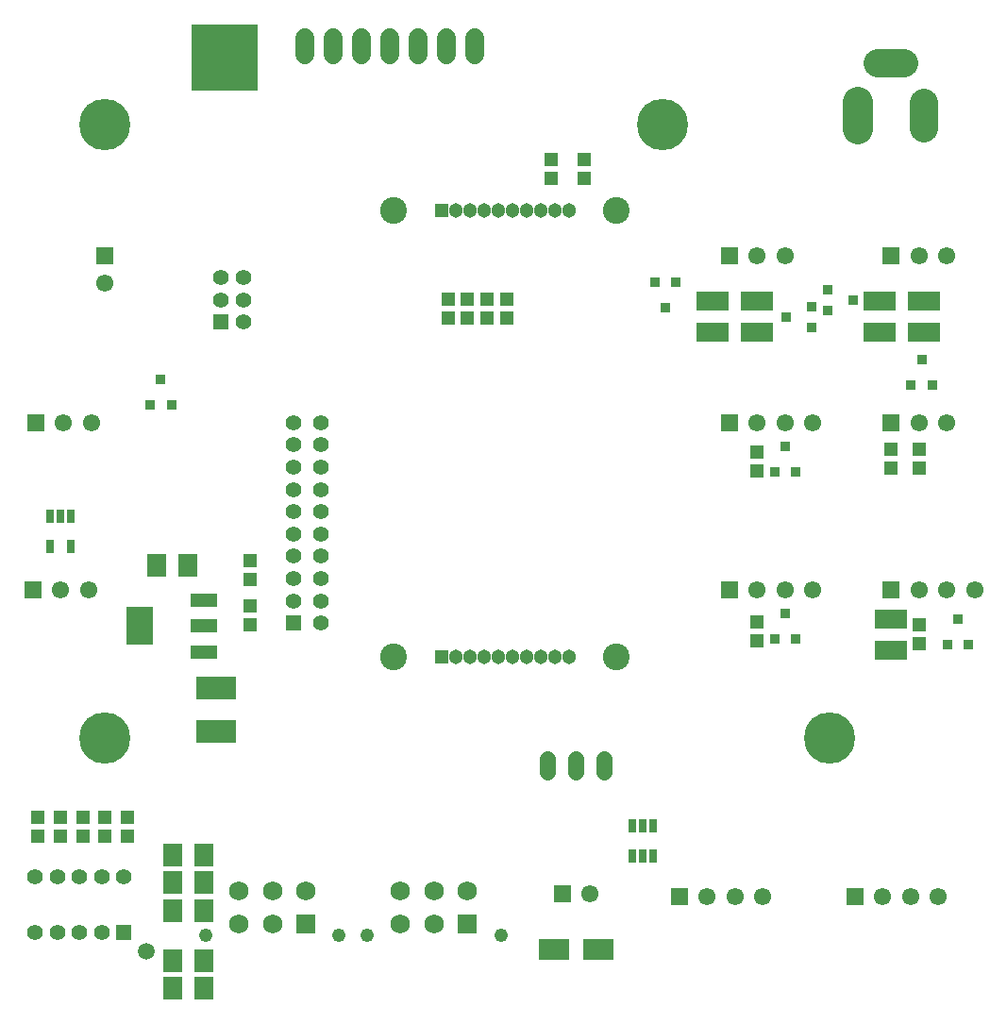
<source format=gbs>
G75*
G70*
%OFA0B0*%
%FSLAX24Y24*%
%IPPOS*%
%LPD*%
%AMOC8*
5,1,8,0,0,1.08239X$1,22.5*
%
%ADD10C,0.1812*%
%ADD11R,0.2362X0.2362*%
%ADD12R,0.0513X0.0513*%
%ADD13C,0.0513*%
%ADD14R,0.0552X0.0552*%
%ADD15C,0.0552*%
%ADD16C,0.0946*%
%ADD17R,0.0513X0.0474*%
%ADD18R,0.0379X0.0379*%
%ADD19R,0.1143X0.0710*%
%ADD20R,0.0611X0.0611*%
%ADD21C,0.0611*%
%ADD22R,0.0316X0.0493*%
%ADD23C,0.0482*%
%ADD24R,0.0682X0.0682*%
%ADD25C,0.0682*%
%ADD26C,0.0592*%
%ADD27R,0.0710X0.0789*%
%ADD28R,0.0926X0.1360*%
%ADD29R,0.0926X0.0454*%
%ADD30R,0.1419X0.0828*%
%ADD31C,0.0986*%
%ADD32C,0.1064*%
%ADD33C,0.0560*%
%ADD34R,0.1064X0.0749*%
%ADD35C,0.0680*%
D10*
X004098Y010004D03*
X004098Y031657D03*
X023783Y031657D03*
X029689Y010004D03*
D11*
X008331Y034020D03*
D12*
X015978Y028614D03*
X015978Y012866D03*
D13*
X016478Y012866D03*
X016978Y012866D03*
X017478Y012866D03*
X017978Y012866D03*
X018478Y012866D03*
X018978Y012866D03*
X019478Y012866D03*
X019978Y012866D03*
X020478Y012866D03*
X020478Y028614D03*
X019978Y028614D03*
X019478Y028614D03*
X018978Y028614D03*
X018478Y028614D03*
X017978Y028614D03*
X017478Y028614D03*
X016978Y028614D03*
X016478Y028614D03*
D14*
X008189Y024677D03*
X010748Y014047D03*
X004768Y003114D03*
D15*
X001618Y003114D03*
X002405Y003114D03*
X003193Y003114D03*
X003980Y003114D03*
X003980Y005083D03*
X003193Y005083D03*
X002405Y005083D03*
X001618Y005083D03*
X004768Y005083D03*
X011732Y014047D03*
X011732Y014834D03*
X011732Y015622D03*
X011732Y016409D03*
X011732Y017197D03*
X011732Y017984D03*
X011732Y018771D03*
X011732Y019559D03*
X011732Y020346D03*
X011732Y021134D03*
X010748Y021134D03*
X010748Y020346D03*
X010748Y019559D03*
X010748Y018771D03*
X010748Y017984D03*
X010748Y017197D03*
X010748Y016409D03*
X010748Y015622D03*
X010748Y014834D03*
X008976Y024677D03*
X008976Y025464D03*
X008189Y025464D03*
X008189Y026252D03*
X008976Y026252D03*
D16*
X014291Y028614D03*
X022165Y028614D03*
X022165Y012866D03*
X014291Y012866D03*
D17*
X009216Y014000D03*
X009216Y014669D03*
X009216Y015575D03*
X009216Y016244D03*
X016205Y024827D03*
X016205Y025496D03*
X016894Y025496D03*
X016894Y024827D03*
X017583Y024827D03*
X017583Y025496D03*
X018271Y025496D03*
X018271Y024827D03*
X019846Y029748D03*
X019846Y030417D03*
X021027Y030417D03*
X021027Y029748D03*
X027130Y020083D03*
X027130Y019413D03*
X031854Y019512D03*
X031854Y020181D03*
X032838Y020181D03*
X032838Y019512D03*
X032838Y013980D03*
X032838Y013311D03*
X027130Y013409D03*
X027130Y014079D03*
X004886Y007189D03*
X004886Y006520D03*
X004098Y006520D03*
X004098Y007189D03*
X003311Y007189D03*
X003311Y006520D03*
X002523Y006520D03*
X002523Y007189D03*
X001736Y007189D03*
X001736Y006520D03*
D18*
X005693Y021758D03*
X006441Y021758D03*
X006067Y022659D03*
X023508Y026104D03*
X024256Y026104D03*
X023882Y025203D03*
X028155Y024866D03*
X029057Y024492D03*
X029632Y025083D03*
X029057Y025240D03*
X029632Y025831D03*
X030533Y025457D03*
X032937Y023348D03*
X033311Y022447D03*
X032563Y022447D03*
X028488Y019396D03*
X027740Y019396D03*
X028114Y020297D03*
X028114Y014392D03*
X027740Y013490D03*
X028488Y013490D03*
X033842Y013293D03*
X034590Y013293D03*
X034216Y014195D03*
D19*
X031854Y014197D03*
X031854Y013094D03*
X031460Y024315D03*
X031460Y025417D03*
X033035Y025417D03*
X033035Y024315D03*
X027130Y024315D03*
X027130Y025417D03*
X025555Y025417D03*
X025555Y024315D03*
D20*
X026146Y027031D03*
X031854Y027031D03*
X031854Y021126D03*
X026146Y021126D03*
X026146Y015220D03*
X031854Y015220D03*
X030575Y004394D03*
X024374Y004394D03*
X020240Y004492D03*
X001539Y015220D03*
X001638Y021126D03*
X004098Y027031D03*
D21*
X004098Y026047D03*
X003606Y021126D03*
X002622Y021126D03*
X002523Y015220D03*
X003508Y015220D03*
X021224Y004492D03*
X025358Y004394D03*
X026342Y004394D03*
X027327Y004394D03*
X031559Y004394D03*
X032543Y004394D03*
X033527Y004394D03*
X033823Y015220D03*
X032838Y015220D03*
X034807Y015220D03*
X029098Y015220D03*
X028114Y015220D03*
X027130Y015220D03*
X027130Y021126D03*
X028114Y021126D03*
X029098Y021126D03*
X032838Y021126D03*
X033823Y021126D03*
X033823Y027031D03*
X032838Y027031D03*
X028114Y027031D03*
X027130Y027031D03*
D22*
X023468Y006894D03*
X023094Y006894D03*
X022720Y006894D03*
X022720Y005831D03*
X023094Y005831D03*
X023468Y005831D03*
X002897Y016756D03*
X002149Y016756D03*
X002149Y017819D03*
X002523Y017819D03*
X002897Y017819D03*
D23*
X007642Y003039D03*
X012366Y003039D03*
X013350Y003039D03*
X018075Y003039D03*
D24*
X016894Y003409D03*
X011185Y003409D03*
D25*
X010004Y003409D03*
X008823Y003409D03*
X008823Y004590D03*
X010004Y004590D03*
X011185Y004590D03*
X014531Y004590D03*
X014531Y003409D03*
X015712Y003409D03*
X015712Y004590D03*
X016894Y004590D03*
D26*
X005555Y002445D03*
D27*
X006500Y002130D03*
X006500Y001146D03*
X007602Y001146D03*
X007602Y002130D03*
X007602Y003901D03*
X007602Y004886D03*
X007602Y005870D03*
X006500Y005870D03*
X006500Y004886D03*
X006500Y003901D03*
X007012Y016106D03*
X005909Y016106D03*
D28*
X005319Y013941D03*
D29*
X007602Y013941D03*
X007602Y013035D03*
X007602Y014846D03*
D30*
X008035Y011756D03*
X008035Y010220D03*
D31*
X033035Y031520D02*
X033035Y032425D01*
X032307Y033823D02*
X031401Y033823D01*
D32*
X030673Y032464D02*
X030673Y031480D01*
D33*
X021732Y009260D02*
X021732Y008780D01*
X020732Y008780D02*
X020732Y009260D01*
X019732Y009260D02*
X019732Y008780D01*
D34*
X019945Y002523D03*
X021520Y002523D03*
D35*
X017138Y034113D02*
X017138Y034713D01*
X016138Y034713D02*
X016138Y034113D01*
X015138Y034113D02*
X015138Y034713D01*
X014138Y034713D02*
X014138Y034113D01*
X013138Y034113D02*
X013138Y034713D01*
X012138Y034713D02*
X012138Y034113D01*
X011138Y034113D02*
X011138Y034713D01*
M02*

</source>
